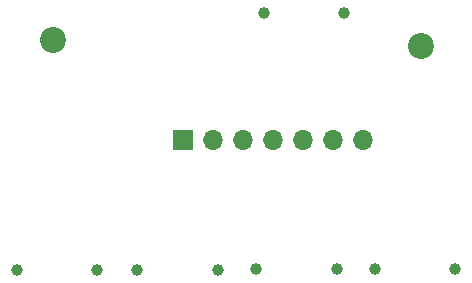
<source format=gbr>
%TF.GenerationSoftware,KiCad,Pcbnew,8.0.5*%
%TF.CreationDate,2024-11-11T00:13:19-08:00*%
%TF.ProjectId,Switch Lock,53776974-6368-4204-9c6f-636b2e6b6963,rev?*%
%TF.SameCoordinates,Original*%
%TF.FileFunction,Soldermask,Bot*%
%TF.FilePolarity,Negative*%
%FSLAX46Y46*%
G04 Gerber Fmt 4.6, Leading zero omitted, Abs format (unit mm)*
G04 Created by KiCad (PCBNEW 8.0.5) date 2024-11-11 00:13:19*
%MOMM*%
%LPD*%
G01*
G04 APERTURE LIST*
%ADD10C,2.200000*%
%ADD11C,1.000000*%
%ADD12R,1.700000X1.700000*%
%ADD13O,1.700000X1.700000*%
G04 APERTURE END LIST*
D10*
%TO.C,REF\u002A\u002A*%
X127670000Y-60760000D03*
%TD*%
D11*
%TO.C,Status1*%
X121150000Y-57931750D03*
X114350000Y-57931750D03*
%TD*%
%TO.C,S2*%
X103670000Y-79690000D03*
X110470000Y-79690000D03*
%TD*%
%TO.C,S1*%
X93490000Y-79728250D03*
X100290000Y-79728250D03*
%TD*%
%TO.C,S4*%
X123800000Y-79638250D03*
X130600000Y-79638250D03*
%TD*%
D12*
%TO.C,J2*%
X107490000Y-68720000D03*
D13*
X110030000Y-68720000D03*
X112570000Y-68720000D03*
X115110000Y-68720000D03*
X117650000Y-68720000D03*
X120190000Y-68720000D03*
X122730000Y-68720000D03*
%TD*%
D11*
%TO.C,S3*%
X113750000Y-79620000D03*
X120550000Y-79620000D03*
%TD*%
D10*
%TO.C,REF\u002A\u002A*%
X96490000Y-60220000D03*
%TD*%
M02*

</source>
